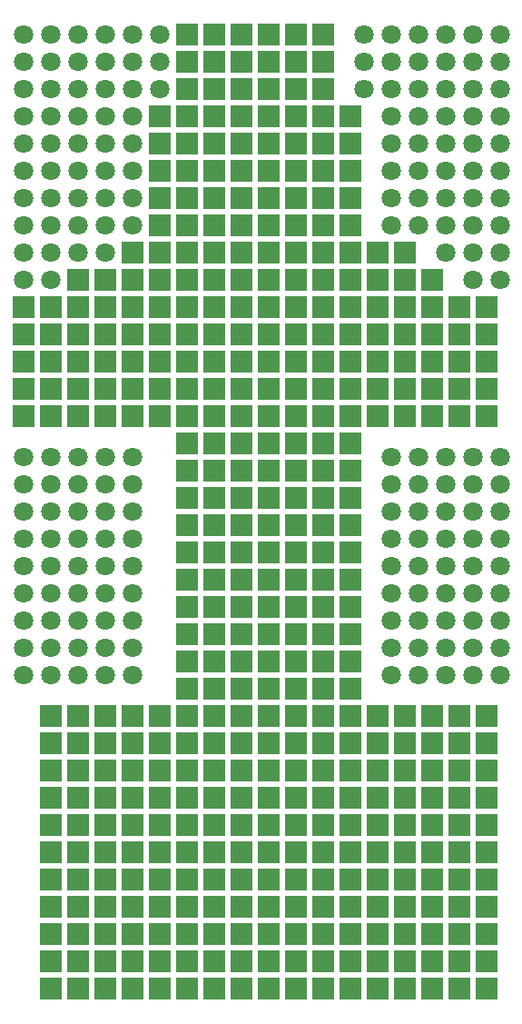
<source format=gbr>
G04 #@! TF.FileFunction,Copper,L2,Bot,Signal*
%FSLAX46Y46*%
G04 Gerber Fmt 4.6, Leading zero omitted, Abs format (unit mm)*
G04 Created by KiCad (PCBNEW 4.0.2+dfsg1-stable) date tor 22 sep 2016 18:21:24 CEST*
%MOMM*%
G01*
G04 APERTURE LIST*
%ADD10C,0.100000*%
%ADD11R,2.000000X2.000000*%
%ADD12C,1.800000*%
G04 APERTURE END LIST*
D10*
D11*
X38320000Y-56670000D03*
X38320000Y-54130000D03*
X38320000Y-51590000D03*
X38320000Y-49050000D03*
X38320000Y-74450000D03*
X35780000Y-74450000D03*
X33240000Y-74450000D03*
X30700000Y-74450000D03*
X28160000Y-74450000D03*
X25620000Y-74450000D03*
X38320000Y-71910000D03*
X35780000Y-71910000D03*
X33240000Y-71910000D03*
X30700000Y-71910000D03*
X28160000Y-71910000D03*
X25620000Y-71910000D03*
X38320000Y-69370000D03*
X35780000Y-69370000D03*
X33240000Y-69370000D03*
X30700000Y-69370000D03*
X28160000Y-69370000D03*
X25620000Y-69370000D03*
X38320000Y-66830000D03*
X35780000Y-66830000D03*
X33240000Y-66830000D03*
X30700000Y-66830000D03*
X28160000Y-66830000D03*
X25620000Y-66830000D03*
X38320000Y-64290000D03*
X35780000Y-64290000D03*
X33240000Y-64290000D03*
X30700000Y-64290000D03*
X28160000Y-64290000D03*
X25620000Y-64290000D03*
X38320000Y-61750000D03*
X35780000Y-61750000D03*
X33240000Y-61750000D03*
X30700000Y-61750000D03*
X38320000Y-59210000D03*
X35780000Y-59210000D03*
X68800000Y-74450000D03*
X66260000Y-74450000D03*
X63720000Y-74450000D03*
X61180000Y-74450000D03*
X58640000Y-74450000D03*
X68800000Y-71910000D03*
X66260000Y-71910000D03*
X63720000Y-71910000D03*
X61180000Y-71910000D03*
X58640000Y-71910000D03*
X68800000Y-69370000D03*
X66260000Y-69370000D03*
X63720000Y-69370000D03*
X61180000Y-69370000D03*
X58640000Y-69370000D03*
X68800000Y-66830000D03*
X66260000Y-66830000D03*
X63720000Y-66830000D03*
X61180000Y-66830000D03*
X58640000Y-66830000D03*
X68800000Y-64290000D03*
X66260000Y-64290000D03*
X63720000Y-64290000D03*
X61180000Y-64290000D03*
X58640000Y-64290000D03*
X63720000Y-61750000D03*
X61180000Y-61750000D03*
X58640000Y-61750000D03*
X61180000Y-59210000D03*
X68800000Y-127790000D03*
X66260000Y-127790000D03*
X63720000Y-127790000D03*
X61180000Y-127790000D03*
X58640000Y-127790000D03*
X56100000Y-127790000D03*
X53560000Y-127790000D03*
X51020000Y-127790000D03*
X48480000Y-127790000D03*
X45940000Y-127790000D03*
X43400000Y-127790000D03*
X40860000Y-127790000D03*
X38320000Y-127790000D03*
X35780000Y-127790000D03*
X33240000Y-127790000D03*
X30700000Y-127790000D03*
X28160000Y-127790000D03*
X68800000Y-125250000D03*
X66260000Y-125250000D03*
X63720000Y-125250000D03*
X61180000Y-125250000D03*
X58640000Y-125250000D03*
X56100000Y-125250000D03*
X53560000Y-125250000D03*
X51020000Y-125250000D03*
X48480000Y-125250000D03*
X45940000Y-125250000D03*
X43400000Y-125250000D03*
X40860000Y-125250000D03*
X38320000Y-125250000D03*
X35780000Y-125250000D03*
X33240000Y-125250000D03*
X30700000Y-125250000D03*
X28160000Y-125250000D03*
X68800000Y-122710000D03*
X66260000Y-122710000D03*
X63720000Y-122710000D03*
X61180000Y-122710000D03*
X58640000Y-122710000D03*
X56100000Y-122710000D03*
X53560000Y-122710000D03*
X51020000Y-122710000D03*
X48480000Y-122710000D03*
X45940000Y-122710000D03*
X43400000Y-122710000D03*
X40860000Y-122710000D03*
X38320000Y-122710000D03*
X35780000Y-122710000D03*
X33240000Y-122710000D03*
X30700000Y-122710000D03*
X28160000Y-122710000D03*
X68800000Y-120170000D03*
X66260000Y-120170000D03*
X63720000Y-120170000D03*
X61180000Y-120170000D03*
X58640000Y-120170000D03*
X56100000Y-120170000D03*
X53560000Y-120170000D03*
X51020000Y-120170000D03*
X48480000Y-120170000D03*
X45940000Y-120170000D03*
X43400000Y-120170000D03*
X40860000Y-120170000D03*
X38320000Y-120170000D03*
X35780000Y-120170000D03*
X33240000Y-120170000D03*
X30700000Y-120170000D03*
X28160000Y-120170000D03*
X68800000Y-117630000D03*
X66260000Y-117630000D03*
X63720000Y-117630000D03*
X61180000Y-117630000D03*
X58640000Y-117630000D03*
X56100000Y-117630000D03*
X53560000Y-117630000D03*
X51020000Y-117630000D03*
X48480000Y-117630000D03*
X45940000Y-117630000D03*
X43400000Y-117630000D03*
X40860000Y-117630000D03*
X38320000Y-117630000D03*
X35780000Y-117630000D03*
X33240000Y-117630000D03*
X30700000Y-117630000D03*
X28160000Y-117630000D03*
X68800000Y-115090000D03*
X66260000Y-115090000D03*
X63720000Y-115090000D03*
X61180000Y-115090000D03*
X58640000Y-115090000D03*
X56100000Y-115090000D03*
X53560000Y-115090000D03*
X51020000Y-115090000D03*
X48480000Y-115090000D03*
X45940000Y-115090000D03*
X43400000Y-115090000D03*
X40860000Y-115090000D03*
X38320000Y-115090000D03*
X35780000Y-115090000D03*
X33240000Y-115090000D03*
X30700000Y-115090000D03*
X28160000Y-115090000D03*
X68800000Y-112550000D03*
X66260000Y-112550000D03*
X63720000Y-112550000D03*
X61180000Y-112550000D03*
X58640000Y-112550000D03*
X56100000Y-112550000D03*
X53560000Y-112550000D03*
X51020000Y-112550000D03*
X48480000Y-112550000D03*
X45940000Y-112550000D03*
X43400000Y-112550000D03*
X40860000Y-112550000D03*
X38320000Y-112550000D03*
X35780000Y-112550000D03*
X33240000Y-112550000D03*
X30700000Y-112550000D03*
X28160000Y-112550000D03*
X68800000Y-110010000D03*
X66260000Y-110010000D03*
X63720000Y-110010000D03*
X61180000Y-110010000D03*
X58640000Y-110010000D03*
X56100000Y-110010000D03*
X53560000Y-110010000D03*
X51020000Y-110010000D03*
X48480000Y-110010000D03*
X45940000Y-110010000D03*
X43400000Y-110010000D03*
X40860000Y-110010000D03*
X38320000Y-110010000D03*
X35780000Y-110010000D03*
X33240000Y-110010000D03*
X30700000Y-110010000D03*
X28160000Y-110010000D03*
X68800000Y-107470000D03*
X66260000Y-107470000D03*
X63720000Y-107470000D03*
X61180000Y-107470000D03*
X58640000Y-107470000D03*
X56100000Y-107470000D03*
X53560000Y-107470000D03*
X51020000Y-107470000D03*
X48480000Y-107470000D03*
X45940000Y-107470000D03*
X43400000Y-107470000D03*
X40860000Y-107470000D03*
X38320000Y-107470000D03*
X35780000Y-107470000D03*
X33240000Y-107470000D03*
X30700000Y-107470000D03*
X28160000Y-107470000D03*
X68800000Y-104930000D03*
X66260000Y-104930000D03*
X63720000Y-104930000D03*
X61180000Y-104930000D03*
X58640000Y-104930000D03*
X56100000Y-104930000D03*
X53560000Y-104930000D03*
X51020000Y-104930000D03*
X48480000Y-104930000D03*
X45940000Y-104930000D03*
X43400000Y-104930000D03*
X40860000Y-104930000D03*
X38320000Y-104930000D03*
X35780000Y-104930000D03*
X33240000Y-104930000D03*
X30700000Y-104930000D03*
X28160000Y-104930000D03*
X68800000Y-102390000D03*
X66260000Y-102390000D03*
X63720000Y-102390000D03*
X61180000Y-102390000D03*
X58640000Y-102390000D03*
X56100000Y-102390000D03*
X53560000Y-102390000D03*
X51020000Y-102390000D03*
X48480000Y-102390000D03*
X45940000Y-102390000D03*
X43400000Y-102390000D03*
X40860000Y-102390000D03*
X38320000Y-102390000D03*
X35780000Y-102390000D03*
X33240000Y-102390000D03*
X30700000Y-102390000D03*
X28160000Y-102390000D03*
X56100000Y-99850000D03*
X53560000Y-99850000D03*
X51020000Y-99850000D03*
X48480000Y-99850000D03*
X45940000Y-99850000D03*
X43400000Y-99850000D03*
X40860000Y-99850000D03*
X56100000Y-97310000D03*
X53560000Y-97310000D03*
X51020000Y-97310000D03*
X48480000Y-97310000D03*
X45940000Y-97310000D03*
X43400000Y-97310000D03*
X40860000Y-97310000D03*
X56100000Y-94770000D03*
X53560000Y-94770000D03*
X51020000Y-94770000D03*
X48480000Y-94770000D03*
X45940000Y-94770000D03*
X43400000Y-94770000D03*
X40860000Y-94770000D03*
X56100000Y-92230000D03*
X53560000Y-92230000D03*
X51020000Y-92230000D03*
X48480000Y-92230000D03*
X45940000Y-92230000D03*
X43400000Y-92230000D03*
X40860000Y-92230000D03*
X56100000Y-89690000D03*
X53560000Y-89690000D03*
X51020000Y-89690000D03*
X48480000Y-89690000D03*
X45940000Y-89690000D03*
X43400000Y-89690000D03*
X40860000Y-89690000D03*
X56100000Y-87150000D03*
X53560000Y-87150000D03*
X51020000Y-87150000D03*
X48480000Y-87150000D03*
X45940000Y-87150000D03*
X43400000Y-87150000D03*
X40860000Y-87150000D03*
X56100000Y-84610000D03*
X53560000Y-84610000D03*
X51020000Y-84610000D03*
X48480000Y-84610000D03*
X45940000Y-84610000D03*
X43400000Y-84610000D03*
X40860000Y-84610000D03*
X56100000Y-82070000D03*
X53560000Y-82070000D03*
X51020000Y-82070000D03*
X48480000Y-82070000D03*
X45940000Y-82070000D03*
X43400000Y-82070000D03*
X40860000Y-82070000D03*
X56100000Y-79530000D03*
X53560000Y-79530000D03*
X51020000Y-79530000D03*
X48480000Y-79530000D03*
X45940000Y-79530000D03*
X43400000Y-79530000D03*
X40860000Y-79530000D03*
X56100000Y-76990000D03*
X53560000Y-76990000D03*
X51020000Y-76990000D03*
X48480000Y-76990000D03*
X45940000Y-76990000D03*
X43400000Y-76990000D03*
X40860000Y-76990000D03*
X56100000Y-74450000D03*
X53560000Y-74450000D03*
X51020000Y-74450000D03*
X48480000Y-74450000D03*
X45940000Y-74450000D03*
X43400000Y-74450000D03*
X40860000Y-74450000D03*
X56100000Y-71910000D03*
X53560000Y-71910000D03*
X51020000Y-71910000D03*
X48480000Y-71910000D03*
X45940000Y-71910000D03*
X43400000Y-71910000D03*
X40860000Y-71910000D03*
X56100000Y-69370000D03*
X53560000Y-69370000D03*
X51020000Y-69370000D03*
X48480000Y-69370000D03*
X45940000Y-69370000D03*
X43400000Y-69370000D03*
X40860000Y-69370000D03*
X56100000Y-66830000D03*
X53560000Y-66830000D03*
X51020000Y-66830000D03*
X48480000Y-66830000D03*
X45940000Y-66830000D03*
X43400000Y-66830000D03*
X40860000Y-66830000D03*
X56100000Y-64290000D03*
X53560000Y-64290000D03*
X51020000Y-64290000D03*
X48480000Y-64290000D03*
X45940000Y-64290000D03*
X43400000Y-64290000D03*
X40860000Y-64290000D03*
X56100000Y-61750000D03*
X53560000Y-61750000D03*
X51020000Y-61750000D03*
X48480000Y-61750000D03*
X45940000Y-61750000D03*
X43400000Y-61750000D03*
X40860000Y-61750000D03*
X56100000Y-59210000D03*
X53560000Y-59210000D03*
X51020000Y-59210000D03*
X48480000Y-59210000D03*
X45940000Y-59210000D03*
X43400000Y-59210000D03*
X40860000Y-59210000D03*
X56100000Y-56670000D03*
X53560000Y-56670000D03*
X51020000Y-56670000D03*
X48480000Y-56670000D03*
X45940000Y-56670000D03*
X43400000Y-56670000D03*
X40860000Y-56670000D03*
X56100000Y-54130000D03*
X53560000Y-54130000D03*
X51020000Y-54130000D03*
X48480000Y-54130000D03*
X45940000Y-54130000D03*
X43400000Y-54130000D03*
X40860000Y-54130000D03*
X56100000Y-51590000D03*
X53560000Y-51590000D03*
X51020000Y-51590000D03*
X48480000Y-51590000D03*
X45940000Y-51590000D03*
X43400000Y-51590000D03*
X40860000Y-51590000D03*
X56100000Y-49050000D03*
X53560000Y-49050000D03*
X51020000Y-49050000D03*
X48480000Y-49050000D03*
X45940000Y-49050000D03*
X43400000Y-49050000D03*
X40860000Y-49050000D03*
X56100000Y-46510000D03*
X53560000Y-46510000D03*
X51020000Y-46510000D03*
X48480000Y-46510000D03*
X45940000Y-46510000D03*
X43400000Y-46510000D03*
X40860000Y-46510000D03*
X53560000Y-43970000D03*
X51020000Y-43970000D03*
X48480000Y-43970000D03*
X45940000Y-43970000D03*
X43400000Y-43970000D03*
X40860000Y-43970000D03*
X53560000Y-41430000D03*
X51020000Y-41430000D03*
X48480000Y-41430000D03*
X45940000Y-41430000D03*
X43400000Y-41430000D03*
X40860000Y-41430000D03*
X53560000Y-38890000D03*
X51020000Y-38890000D03*
X48480000Y-38890000D03*
X45940000Y-38890000D03*
X43400000Y-38890000D03*
D12*
X57370000Y-41430000D03*
X57370000Y-43970000D03*
X57370000Y-38890000D03*
X70070000Y-61750000D03*
X67530000Y-61750000D03*
X70070000Y-59210000D03*
X67530000Y-59210000D03*
X64990000Y-59210000D03*
X70070000Y-56670000D03*
X67530000Y-56670000D03*
X64990000Y-56670000D03*
X62450000Y-56670000D03*
X59910000Y-56670000D03*
X70070000Y-54130000D03*
X67530000Y-54130000D03*
X64990000Y-54130000D03*
X62450000Y-54130000D03*
X59910000Y-54130000D03*
X70070000Y-51590000D03*
X67530000Y-51590000D03*
X64990000Y-51590000D03*
X62450000Y-51590000D03*
X59910000Y-51590000D03*
X70070000Y-49050000D03*
X67530000Y-49050000D03*
X64990000Y-49050000D03*
X62450000Y-49050000D03*
X59910000Y-49050000D03*
X70070000Y-46510000D03*
X67530000Y-46510000D03*
X64990000Y-46510000D03*
X62450000Y-46510000D03*
X59910000Y-46510000D03*
X70070000Y-43970000D03*
X67530000Y-43970000D03*
X64990000Y-43970000D03*
X62450000Y-43970000D03*
X59910000Y-43970000D03*
X70070000Y-41430000D03*
X67530000Y-41430000D03*
X64990000Y-41430000D03*
X62450000Y-41430000D03*
X59910000Y-41430000D03*
X70070000Y-38890000D03*
X67530000Y-38890000D03*
X64990000Y-38890000D03*
X62450000Y-38890000D03*
X59910000Y-38890000D03*
X28160000Y-61750000D03*
X25620000Y-61750000D03*
X33240000Y-59210000D03*
X30700000Y-59210000D03*
X28160000Y-59210000D03*
X25620000Y-59210000D03*
X35780000Y-56670000D03*
X33240000Y-56670000D03*
X30700000Y-56670000D03*
X28160000Y-56670000D03*
X25620000Y-56670000D03*
X35780000Y-54130000D03*
X33240000Y-54130000D03*
X30700000Y-54130000D03*
X28160000Y-54130000D03*
X25620000Y-54130000D03*
X35780000Y-51590000D03*
X33240000Y-51590000D03*
X30700000Y-51590000D03*
X28160000Y-51590000D03*
X25620000Y-51590000D03*
X35780000Y-49050000D03*
X33240000Y-49050000D03*
X30700000Y-49050000D03*
X28160000Y-49050000D03*
X25620000Y-49050000D03*
X35780000Y-46510000D03*
X33240000Y-46510000D03*
X30700000Y-46510000D03*
X28160000Y-46510000D03*
X25620000Y-46510000D03*
X38320000Y-43970000D03*
X35780000Y-43970000D03*
X33240000Y-43970000D03*
X30700000Y-43970000D03*
X28160000Y-43970000D03*
X25620000Y-43970000D03*
X38320000Y-41430000D03*
X35780000Y-41430000D03*
X33240000Y-41430000D03*
X30700000Y-41430000D03*
X28160000Y-41430000D03*
X25620000Y-41430000D03*
X38320000Y-38890000D03*
X35780000Y-38890000D03*
X33240000Y-38890000D03*
X30700000Y-38890000D03*
X28160000Y-38890000D03*
X70070000Y-98580000D03*
X67530000Y-98580000D03*
X64990000Y-98580000D03*
X62450000Y-98580000D03*
X59910000Y-98580000D03*
X70070000Y-96040000D03*
X67530000Y-96040000D03*
X64990000Y-96040000D03*
X62450000Y-96040000D03*
X59910000Y-96040000D03*
X70070000Y-93500000D03*
X67530000Y-93500000D03*
X64990000Y-93500000D03*
X62450000Y-93500000D03*
X59910000Y-93500000D03*
X70070000Y-90960000D03*
X67530000Y-90960000D03*
X64990000Y-90960000D03*
X62450000Y-90960000D03*
X59910000Y-90960000D03*
X70070000Y-88420000D03*
X67530000Y-88420000D03*
X64990000Y-88420000D03*
X62450000Y-88420000D03*
X59910000Y-88420000D03*
X70070000Y-85880000D03*
X67530000Y-85880000D03*
X64990000Y-85880000D03*
X62450000Y-85880000D03*
X59910000Y-85880000D03*
X70070000Y-83340000D03*
X67530000Y-83340000D03*
X64990000Y-83340000D03*
X62450000Y-83340000D03*
X59910000Y-83340000D03*
X70070000Y-80800000D03*
X67530000Y-80800000D03*
X64990000Y-80800000D03*
X62450000Y-80800000D03*
X59910000Y-80800000D03*
X70070000Y-78260000D03*
X67530000Y-78260000D03*
X64990000Y-78260000D03*
X62450000Y-78260000D03*
X35780000Y-98580000D03*
X33240000Y-98580000D03*
X30700000Y-98580000D03*
X28160000Y-98580000D03*
X25620000Y-98580000D03*
X35780000Y-96040000D03*
X33240000Y-96040000D03*
X30700000Y-96040000D03*
X28160000Y-96040000D03*
X25620000Y-96040000D03*
X35780000Y-93500000D03*
X33240000Y-93500000D03*
X30700000Y-93500000D03*
X28160000Y-93500000D03*
X25620000Y-93500000D03*
X35780000Y-90960000D03*
X33240000Y-90960000D03*
X30700000Y-90960000D03*
X28160000Y-90960000D03*
X25620000Y-90960000D03*
X35780000Y-88420000D03*
X33240000Y-88420000D03*
X30700000Y-88420000D03*
X28160000Y-88420000D03*
X25620000Y-88420000D03*
X35780000Y-85880000D03*
X33240000Y-85880000D03*
X30700000Y-85880000D03*
X28160000Y-85880000D03*
X25620000Y-85880000D03*
X35780000Y-83340000D03*
X33240000Y-83340000D03*
X30700000Y-83340000D03*
X28160000Y-83340000D03*
X25620000Y-83340000D03*
X35780000Y-80800000D03*
X33240000Y-80800000D03*
X30700000Y-80800000D03*
X28160000Y-80800000D03*
X25620000Y-80800000D03*
X35780000Y-78260000D03*
X33240000Y-78260000D03*
X30700000Y-78260000D03*
X28160000Y-78260000D03*
X25620000Y-78260000D03*
X59910000Y-78260000D03*
X25620000Y-38890000D03*
D11*
X40860000Y-38890000D03*
X58640000Y-59210000D03*
X38320000Y-46510000D03*
M02*

</source>
